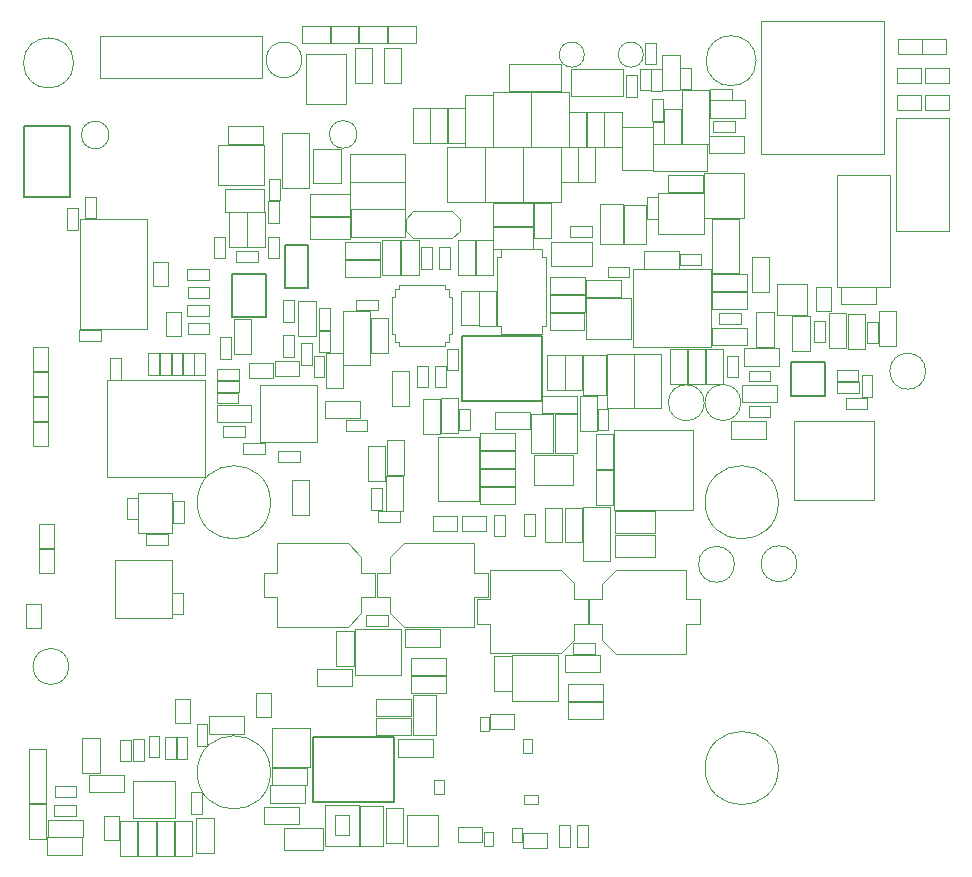
<source format=gbr>
%TF.GenerationSoftware,KiCad,Pcbnew,7.0.6-7.0.6~ubuntu22.04.1*%
%TF.CreationDate,2023-08-25T17:47:16-04:00*%
%TF.ProjectId,robot,726f626f-742e-46b6-9963-61645f706362,rev?*%
%TF.SameCoordinates,Original*%
%TF.FileFunction,Other,User*%
%FSLAX46Y46*%
G04 Gerber Fmt 4.6, Leading zero omitted, Abs format (unit mm)*
G04 Created by KiCad (PCBNEW 7.0.6-7.0.6~ubuntu22.04.1) date 2023-08-25 17:47:16*
%MOMM*%
%LPD*%
G01*
G04 APERTURE LIST*
%ADD10C,0.050000*%
%ADD11C,0.100000*%
%ADD12C,0.150000*%
%ADD13C,0.152400*%
G04 APERTURE END LIST*
D10*
%TO.C,J1*%
X133500000Y-100549999D02*
X123100000Y-100549999D01*
X123100000Y-100549999D02*
X123100000Y-89249999D01*
X123100000Y-89249999D02*
X133500000Y-89249999D01*
X133500000Y-89249999D02*
X133500000Y-100549999D01*
%TO.C,H2*%
X124600000Y-152500000D02*
G75*
G03*
X124600000Y-152500000I-3100000J0D01*
G01*
%TO.C,R85*%
X88478682Y-145586065D02*
X85518682Y-145586065D01*
X88478682Y-144126065D02*
X88478682Y-145586065D01*
X85518682Y-145586065D02*
X85518682Y-144126065D01*
X85518682Y-144126065D02*
X88478682Y-144126065D01*
%TO.C,C101*%
X92370000Y-150070000D02*
X95330000Y-150070000D01*
X92370000Y-151530000D02*
X92370000Y-150070000D01*
X95330000Y-150070000D02*
X95330000Y-151530000D01*
X95330000Y-151530000D02*
X92370000Y-151530000D01*
%TO.C,R9*%
X129570000Y-119830000D02*
X131430000Y-119830000D01*
X129570000Y-120770000D02*
X129570000Y-119830000D01*
X131430000Y-119830000D02*
X131430000Y-120770000D01*
X131430000Y-120770000D02*
X129570000Y-120770000D01*
%TO.C,U23*%
X99300000Y-149400000D02*
X99300000Y-148200000D01*
X100100000Y-149400000D02*
X99300000Y-149400000D01*
X99300000Y-148200000D02*
X100100000Y-148200000D01*
X100100000Y-148200000D02*
X100100000Y-149400000D01*
%TO.C,D3*%
X86693334Y-91100000D02*
X89043334Y-91100000D01*
X89043334Y-91100000D02*
X89043334Y-89700000D01*
X89043334Y-89700000D02*
X86693334Y-89700000D01*
X86693334Y-89700000D02*
X86693334Y-91100000D01*
%TO.C,TP3*%
X73515000Y-148716000D02*
X73515000Y-146684000D01*
X74785000Y-148716000D02*
X73515000Y-148716000D01*
X73515000Y-146684000D02*
X74785000Y-146684000D01*
X74785000Y-146684000D02*
X74785000Y-148716000D01*
%TO.C,TP9*%
X127765000Y-113816000D02*
X127765000Y-111784000D01*
X129035000Y-113816000D02*
X127765000Y-113816000D01*
X127765000Y-111784000D02*
X129035000Y-111784000D01*
X129035000Y-111784000D02*
X129035000Y-113816000D01*
%TO.C,TP16*%
X61515000Y-125216000D02*
X61515000Y-123184000D01*
X62785000Y-125216000D02*
X61515000Y-125216000D01*
X61515000Y-123184000D02*
X62785000Y-123184000D01*
X62785000Y-123184000D02*
X62785000Y-125216000D01*
%TO.C,R31*%
X87181130Y-143821529D02*
X87181130Y-140861529D01*
X88641130Y-143821529D02*
X87181130Y-143821529D01*
X87181130Y-140861529D02*
X88641130Y-140861529D01*
X88641130Y-140861529D02*
X88641130Y-143821529D01*
%TO.C,C78*%
X106499200Y-117532800D02*
X106499200Y-120492800D01*
X105039200Y-117532800D02*
X106499200Y-117532800D01*
X106499200Y-120492800D02*
X105039200Y-120492800D01*
X105039200Y-120492800D02*
X105039200Y-117532800D01*
%TO.C,C34*%
X106520000Y-133402869D02*
X106520000Y-130442869D01*
X107980000Y-133402869D02*
X106520000Y-133402869D01*
X106520000Y-130442869D02*
X107980000Y-130442869D01*
X107980000Y-130442869D02*
X107980000Y-133402869D01*
%TO.C,C10*%
X74183600Y-119179900D02*
X74183600Y-117359900D01*
X75103600Y-119179900D02*
X74183600Y-119179900D01*
X74183600Y-117359900D02*
X75103600Y-117359900D01*
X75103600Y-117359900D02*
X75103600Y-119179900D01*
%TO.C,U22*%
X100450000Y-157900000D02*
X100450000Y-159100000D01*
X99650000Y-157900000D02*
X100450000Y-157900000D01*
X100450000Y-159100000D02*
X99650000Y-159100000D01*
X99650000Y-159100000D02*
X99650000Y-157900000D01*
%TO.C,R79*%
X90880000Y-109380000D02*
X87920000Y-109380000D01*
X90880000Y-107920000D02*
X90880000Y-109380000D01*
X87920000Y-109380000D02*
X87920000Y-107920000D01*
X87920000Y-107920000D02*
X90880000Y-107920000D01*
%TO.C,U4*%
X108840000Y-107930200D02*
X105340000Y-107930200D01*
X105340000Y-107930200D02*
X105340000Y-109980200D01*
X105340000Y-109980200D02*
X108840000Y-109980200D01*
X108840000Y-109980200D02*
X108840000Y-107930200D01*
%TO.C,C61*%
X82319000Y-107516700D02*
X82319000Y-109336700D01*
X81399000Y-107516700D02*
X82319000Y-107516700D01*
X82319000Y-109336700D02*
X81399000Y-109336700D01*
X81399000Y-109336700D02*
X81399000Y-107516700D01*
%TO.C,U7*%
X84600000Y-96255000D02*
X84600000Y-92085000D01*
X88020000Y-96255000D02*
X84600000Y-96255000D01*
X84600000Y-92085000D02*
X88020000Y-92085000D01*
X88020000Y-92085000D02*
X88020000Y-96255000D01*
%TO.C,D4*%
X111400000Y-95600000D02*
X111400000Y-93300000D01*
X111400000Y-95600000D02*
X107000000Y-95600000D01*
X107000000Y-95600000D02*
X107000000Y-93300000D01*
X107000000Y-93300000D02*
X111400000Y-93300000D01*
%TO.C,U6*%
X103893892Y-126006831D02*
X107193892Y-126006831D01*
X103893892Y-128506831D02*
X103893892Y-126006831D01*
X107193892Y-126006831D02*
X107193892Y-128506831D01*
X107193892Y-128506831D02*
X103893892Y-128506831D01*
%TO.C,R62*%
X119006892Y-115228831D02*
X121966892Y-115228831D01*
X119006892Y-116688831D02*
X119006892Y-115228831D01*
X121966892Y-115228831D02*
X121966892Y-116688831D01*
X121966892Y-116688831D02*
X119006892Y-116688831D01*
%TO.C,C6*%
X71237200Y-119179900D02*
X71237200Y-117359900D01*
X72157200Y-119179900D02*
X71237200Y-119179900D01*
X71237200Y-117359900D02*
X72157200Y-117359900D01*
X72157200Y-117359900D02*
X72157200Y-119179900D01*
%TO.C,C35*%
X82268201Y-125683900D02*
X84088201Y-125683900D01*
X82268201Y-126603900D02*
X82268201Y-125683900D01*
X84088201Y-125683900D02*
X84088201Y-126603900D01*
X84088201Y-126603900D02*
X82268201Y-126603900D01*
%TO.C,C66*%
X86660000Y-115470000D02*
X86660000Y-117290000D01*
X85740000Y-115470000D02*
X86660000Y-115470000D01*
X86660000Y-117290000D02*
X85740000Y-117290000D01*
X85740000Y-117290000D02*
X85740000Y-115470000D01*
%TO.C,R30*%
X93456130Y-144711529D02*
X96416130Y-144711529D01*
X93456130Y-146171529D02*
X93456130Y-144711529D01*
X96416130Y-144711529D02*
X96416130Y-146171529D01*
X96416130Y-146171529D02*
X93456130Y-146171529D01*
%TO.C,R25*%
X89191400Y-122866800D02*
X86231400Y-122866800D01*
X89191400Y-121406800D02*
X89191400Y-122866800D01*
X86231400Y-122866800D02*
X86231400Y-121406800D01*
X86231400Y-121406800D02*
X89191400Y-121406800D01*
%TO.C,C56*%
X79930000Y-114520000D02*
X79930000Y-117480000D01*
X78470000Y-114520000D02*
X79930000Y-114520000D01*
X79930000Y-117480000D02*
X78470000Y-117480000D01*
X78470000Y-117480000D02*
X78470000Y-114520000D01*
%TO.C,R22*%
X77024400Y-121756300D02*
X79984400Y-121756300D01*
X77024400Y-123216300D02*
X77024400Y-121756300D01*
X79984400Y-121756300D02*
X79984400Y-123216300D01*
X79984400Y-123216300D02*
X77024400Y-123216300D01*
%TO.C,C32*%
X103051892Y-132832869D02*
X103051892Y-131012869D01*
X103971892Y-132832869D02*
X103051892Y-132832869D01*
X103051892Y-131012869D02*
X103971892Y-131012869D01*
X103971892Y-131012869D02*
X103971892Y-132832869D01*
%TO.C,C36*%
X77594400Y-123550300D02*
X79414400Y-123550300D01*
X77594400Y-124470300D02*
X77594400Y-123550300D01*
X79414400Y-123550300D02*
X79414400Y-124470300D01*
X79414400Y-124470300D02*
X77594400Y-124470300D01*
%TO.C,TP8*%
X136666000Y-96785000D02*
X134634000Y-96785000D01*
X136666000Y-95515000D02*
X136666000Y-96785000D01*
X134634000Y-96785000D02*
X134634000Y-95515000D01*
X134634000Y-95515000D02*
X136666000Y-95515000D01*
%TO.C,C130*%
X107630000Y-99945000D02*
X107630000Y-102905000D01*
X106170000Y-99945000D02*
X107630000Y-99945000D01*
X107630000Y-102905000D02*
X106170000Y-102905000D01*
X106170000Y-102905000D02*
X106170000Y-99945000D01*
%TO.C,R100*%
X113830000Y-95140000D02*
X113830000Y-93280000D01*
X114770000Y-95140000D02*
X113830000Y-95140000D01*
X113830000Y-93280000D02*
X114770000Y-93280000D01*
X114770000Y-93280000D02*
X114770000Y-95140000D01*
%TO.C,C50*%
X75340000Y-150610000D02*
X75340000Y-148790000D01*
X76260000Y-150610000D02*
X75340000Y-150610000D01*
X75340000Y-148790000D02*
X76260000Y-148790000D01*
X76260000Y-148790000D02*
X76260000Y-150610000D01*
%TO.C,U2*%
X65429193Y-115332431D02*
X71149193Y-115332431D01*
X71149193Y-115332431D02*
X71149193Y-106032431D01*
X65429193Y-106032431D02*
X65429193Y-115332431D01*
X71149193Y-106032431D02*
X65429193Y-106032431D01*
%TO.C,R84*%
X91470000Y-127680000D02*
X91470000Y-124720000D01*
X92930000Y-127680000D02*
X91470000Y-127680000D01*
X91470000Y-124720000D02*
X92930000Y-124720000D01*
X92930000Y-124720000D02*
X92930000Y-127680000D01*
%TO.C,C38*%
X85240000Y-119410000D02*
X85240000Y-117590000D01*
X86160000Y-119410000D02*
X85240000Y-119410000D01*
X85240000Y-117590000D02*
X86160000Y-117590000D01*
X86160000Y-117590000D02*
X86160000Y-119410000D01*
%TO.C,R38*%
X68870000Y-159930000D02*
X68870000Y-156970000D01*
X70330000Y-159930000D02*
X68870000Y-159930000D01*
X68870000Y-156970000D02*
X70330000Y-156970000D01*
X70330000Y-156970000D02*
X70330000Y-159930000D01*
%TO.C,R2*%
X65330000Y-105090000D02*
X65330000Y-106950000D01*
X64390000Y-105090000D02*
X65330000Y-105090000D01*
X65330000Y-106950000D02*
X64390000Y-106950000D01*
X64390000Y-106950000D02*
X64390000Y-105090000D01*
%TO.C,Q3*%
X121720000Y-102092500D02*
X118320000Y-102092500D01*
X118320000Y-102092500D02*
X118320000Y-105932500D01*
X121720000Y-105932500D02*
X121720000Y-102092500D01*
X118320000Y-105932500D02*
X121720000Y-105932500D01*
%TO.C,H5*%
X124600000Y-130000000D02*
G75*
G03*
X124600000Y-130000000I-3100000J0D01*
G01*
%TO.C,R33*%
X106970000Y-157320000D02*
X106970000Y-159180000D01*
X106030000Y-157320000D02*
X106970000Y-157320000D01*
X106970000Y-159180000D02*
X106030000Y-159180000D01*
X106030000Y-159180000D02*
X106030000Y-157320000D01*
%TO.C,C27*%
X107766892Y-123938831D02*
X107766892Y-120978831D01*
X109226892Y-123938831D02*
X107766892Y-123938831D01*
X107766892Y-120978831D02*
X109226892Y-120978831D01*
X109226892Y-120978831D02*
X109226892Y-123938831D01*
%TO.C,R11*%
X93675000Y-149680000D02*
X93675000Y-146320000D01*
X95575000Y-149680000D02*
X93675000Y-149680000D01*
X93675000Y-146320000D02*
X95575000Y-146320000D01*
X95575000Y-146320000D02*
X95575000Y-149680000D01*
%TO.C,C94*%
X129520000Y-118790000D02*
X131340000Y-118790000D01*
X129520000Y-119710000D02*
X129520000Y-118790000D01*
X131340000Y-118790000D02*
X131340000Y-119710000D01*
X131340000Y-119710000D02*
X129520000Y-119710000D01*
%TO.C,R71*%
X114110000Y-134650000D02*
X110750000Y-134650000D01*
X114110000Y-132750000D02*
X114110000Y-134650000D01*
X110750000Y-134650000D02*
X110750000Y-132750000D01*
X110750000Y-132750000D02*
X114110000Y-132750000D01*
%TO.C,C54*%
X65135400Y-154930400D02*
X63315400Y-154930400D01*
X65135400Y-154010400D02*
X65135400Y-154930400D01*
X63315400Y-154930400D02*
X63315400Y-154010400D01*
X63315400Y-154010400D02*
X65135400Y-154010400D01*
%TO.C,R105*%
X95080000Y-96595000D02*
X95080000Y-99555000D01*
X93620000Y-96595000D02*
X95080000Y-96595000D01*
X95080000Y-99555000D02*
X93620000Y-99555000D01*
X93620000Y-99555000D02*
X93620000Y-96595000D01*
D11*
%TO.C,IC1*%
X85187000Y-100125000D02*
X87587000Y-100125000D01*
X85187000Y-102925000D02*
X85187000Y-100125000D01*
X87587000Y-100125000D02*
X87587000Y-102925000D01*
X87587000Y-102925000D02*
X85187000Y-102925000D01*
D10*
%TO.C,C8*%
X73218400Y-119179900D02*
X73218400Y-117359900D01*
X74138400Y-119179900D02*
X73218400Y-119179900D01*
X73218400Y-117359900D02*
X74138400Y-117359900D01*
X74138400Y-117359900D02*
X74138400Y-119179900D01*
%TO.C,TP7*%
X60865000Y-140616000D02*
X60865000Y-138584000D01*
X62135000Y-140616000D02*
X60865000Y-140616000D01*
X60865000Y-138584000D02*
X62135000Y-138584000D01*
X62135000Y-138584000D02*
X62135000Y-140616000D01*
%TO.C,C62*%
X81420400Y-106310300D02*
X81420400Y-104490300D01*
X82340400Y-106310300D02*
X81420400Y-106310300D01*
X81420400Y-104490300D02*
X82340400Y-104490300D01*
X82340400Y-104490300D02*
X82340400Y-106310300D01*
%TO.C,C60*%
X78688400Y-108728700D02*
X80508400Y-108728700D01*
X78688400Y-109648700D02*
X78688400Y-108728700D01*
X80508400Y-108728700D02*
X80508400Y-109648700D01*
X80508400Y-109648700D02*
X78688400Y-109648700D01*
%TO.C,Q5*%
X85575342Y-124900042D02*
X80679460Y-124900042D01*
X85575342Y-120080158D02*
X85575342Y-124900042D01*
X80679460Y-124900042D02*
X80679460Y-120080158D01*
X80679460Y-120080158D02*
X85575342Y-120080158D01*
%TO.C,R5*%
X74260000Y-129930000D02*
X74260000Y-131790000D01*
X73320000Y-129930000D02*
X74260000Y-129930000D01*
X74260000Y-131790000D02*
X73320000Y-131790000D01*
X73320000Y-131790000D02*
X73320000Y-129930000D01*
%TO.C,C95*%
X130290000Y-121140000D02*
X132110000Y-121140000D01*
X130290000Y-122060000D02*
X130290000Y-121140000D01*
X132110000Y-121140000D02*
X132110000Y-122060000D01*
X132110000Y-122060000D02*
X130290000Y-122060000D01*
%TO.C,D2*%
X84276668Y-91100000D02*
X86626668Y-91100000D01*
X86626668Y-91100000D02*
X86626668Y-89700000D01*
X86626668Y-89700000D02*
X84276668Y-89700000D01*
X84276668Y-89700000D02*
X84276668Y-91100000D01*
%TO.C,Q7*%
X77167500Y-99750000D02*
X77167500Y-103150000D01*
X77167500Y-103150000D02*
X81007500Y-103150000D01*
X81007500Y-99750000D02*
X77167500Y-99750000D01*
X81007500Y-103150000D02*
X81007500Y-99750000D01*
%TO.C,C107*%
X88350000Y-102850000D02*
X92950000Y-102850000D01*
X88350000Y-105150000D02*
X88350000Y-102850000D01*
X92950000Y-102850000D02*
X92950000Y-105150000D01*
X92950000Y-105150000D02*
X88350000Y-105150000D01*
%TO.C,TP39*%
X84260000Y-92540000D02*
G75*
G03*
X84260000Y-92540000I-1520000J0D01*
G01*
%TO.C,R45*%
X79629000Y-108395900D02*
X79629000Y-105435900D01*
X81089000Y-108395900D02*
X79629000Y-108395900D01*
X79629000Y-105435900D02*
X81089000Y-105435900D01*
X81089000Y-105435900D02*
X81089000Y-108395900D01*
%TO.C,R10*%
X83415207Y-131077869D02*
X83415207Y-128117869D01*
X84875207Y-131077869D02*
X83415207Y-131077869D01*
X83415207Y-128117869D02*
X84875207Y-128117869D01*
X84875207Y-128117869D02*
X84875207Y-131077869D01*
%TO.C,R77*%
X88330000Y-105800000D02*
X84970000Y-105800000D01*
X88330000Y-103900000D02*
X88330000Y-105800000D01*
X84970000Y-105800000D02*
X84970000Y-103900000D01*
X84970000Y-103900000D02*
X88330000Y-103900000D01*
%TO.C,R24*%
X87730000Y-117395000D02*
X87730000Y-120355000D01*
X86270000Y-117395000D02*
X87730000Y-117395000D01*
X87730000Y-120355000D02*
X86270000Y-120355000D01*
X86270000Y-120355000D02*
X86270000Y-117395000D01*
%TO.C,R64*%
X119006892Y-112178831D02*
X121966892Y-112178831D01*
X119006892Y-113638831D02*
X119006892Y-112178831D01*
X121966892Y-112178831D02*
X121966892Y-113638831D01*
X121966892Y-113638831D02*
X119006892Y-113638831D01*
%TO.C,U16*%
X89130000Y-159080000D02*
X86170000Y-159080000D01*
X89130000Y-155620000D02*
X89130000Y-159080000D01*
X89130000Y-155620000D02*
X86170000Y-155620000D01*
X86170000Y-155620000D02*
X86170000Y-159080000D01*
X88250000Y-158200000D02*
X87050000Y-158200000D01*
X87050000Y-158200000D02*
X87050000Y-156500000D01*
X87050000Y-156500000D02*
X88250000Y-156500000D01*
X88250000Y-156500000D02*
X88250000Y-158200000D01*
%TO.C,H6*%
X81600000Y-130000000D02*
G75*
G03*
X81600000Y-130000000I-3100000J0D01*
G01*
%TO.C,C47*%
X71274400Y-151567600D02*
X71274400Y-149747600D01*
X72194400Y-151567600D02*
X71274400Y-151567600D01*
X71274400Y-149747600D02*
X72194400Y-149747600D01*
X72194400Y-149747600D02*
X72194400Y-151567600D01*
%TO.C,TP11*%
X63285000Y-133984000D02*
X63285000Y-136016000D01*
X62015000Y-133984000D02*
X63285000Y-133984000D01*
X63285000Y-136016000D02*
X62015000Y-136016000D01*
X62015000Y-136016000D02*
X62015000Y-133984000D01*
%TO.C,C109*%
X116400000Y-99650000D02*
X116400000Y-95050000D01*
X118700000Y-99650000D02*
X116400000Y-99650000D01*
X116400000Y-95050000D02*
X118700000Y-95050000D01*
X118700000Y-95050000D02*
X118700000Y-99650000D01*
%TO.C,TP2*%
X61515000Y-118916000D02*
X61515000Y-116884000D01*
X62785000Y-118916000D02*
X61515000Y-118916000D01*
X61515000Y-116884000D02*
X62785000Y-116884000D01*
X62785000Y-116884000D02*
X62785000Y-118916000D01*
%TO.C,R46*%
X83624400Y-112856100D02*
X83624400Y-114716100D01*
X82684400Y-112856100D02*
X83624400Y-112856100D01*
X83624400Y-114716100D02*
X82684400Y-114716100D01*
X82684400Y-114716100D02*
X82684400Y-112856100D01*
%TO.C,C111*%
X120910000Y-98660000D02*
X119090000Y-98660000D01*
X120910000Y-97740000D02*
X120910000Y-98660000D01*
X119090000Y-98660000D02*
X119090000Y-97740000D01*
X119090000Y-97740000D02*
X120910000Y-97740000D01*
%TO.C,C2*%
X70340000Y-129600000D02*
X70340000Y-131420000D01*
X69420000Y-129600000D02*
X70340000Y-129600000D01*
X70340000Y-131420000D02*
X69420000Y-131420000D01*
X69420000Y-131420000D02*
X69420000Y-129600000D01*
%TO.C,TP6*%
X67465000Y-158566000D02*
X67465000Y-156534000D01*
X68735000Y-158566000D02*
X67465000Y-158566000D01*
X67465000Y-156534000D02*
X68735000Y-156534000D01*
X68735000Y-156534000D02*
X68735000Y-158566000D01*
%TO.C,S3*%
X129550000Y-111750000D02*
X129550000Y-102250000D01*
X134050000Y-111750000D02*
X129550000Y-111750000D01*
X129550000Y-102250000D02*
X134050000Y-102250000D01*
X134050000Y-102250000D02*
X134050000Y-111750000D01*
%TO.C,C53*%
X65110000Y-156530600D02*
X63290000Y-156530600D01*
X65110000Y-155610600D02*
X65110000Y-156530600D01*
X63290000Y-156530600D02*
X63290000Y-155610600D01*
X63290000Y-155610600D02*
X65110000Y-155610600D01*
%TO.C,TP22*%
X136784000Y-90765000D02*
X138816000Y-90765000D01*
X136784000Y-92035000D02*
X136784000Y-90765000D01*
X138816000Y-90765000D02*
X138816000Y-92035000D01*
X138816000Y-92035000D02*
X136784000Y-92035000D01*
%TO.C,R92*%
X124680000Y-118430000D02*
X121720000Y-118430000D01*
X124680000Y-116970000D02*
X124680000Y-118430000D01*
X121720000Y-118430000D02*
X121720000Y-116970000D01*
X121720000Y-116970000D02*
X124680000Y-116970000D01*
%TO.C,R70*%
X105546892Y-122498831D02*
X105546892Y-125858831D01*
X103646892Y-122498831D02*
X105546892Y-122498831D01*
X105546892Y-125858831D02*
X103646892Y-125858831D01*
X103646892Y-125858831D02*
X103646892Y-122498831D01*
%TO.C,TP5*%
X80365000Y-148166000D02*
X80365000Y-146134000D01*
X81635000Y-148166000D02*
X80365000Y-148166000D01*
X80365000Y-146134000D02*
X81635000Y-146134000D01*
X81635000Y-146134000D02*
X81635000Y-148166000D01*
%TO.C,C43*%
X93018682Y-140761529D02*
X95978682Y-140761529D01*
X93018682Y-142221529D02*
X93018682Y-140761529D01*
X95978682Y-140761529D02*
X95978682Y-142221529D01*
X95978682Y-142221529D02*
X93018682Y-142221529D01*
%TO.C,C89*%
X108525000Y-138225000D02*
X108525000Y-140325000D01*
X108525000Y-140325000D02*
X109675000Y-140325000D01*
X109675000Y-136875000D02*
X109675000Y-138225000D01*
X109675000Y-136875000D02*
X110825000Y-135725000D01*
X109675000Y-138225000D02*
X108525000Y-138225000D01*
X109675000Y-140325000D02*
X109675000Y-141675000D01*
X109675000Y-141675000D02*
X110825000Y-142825000D01*
X110825000Y-135725000D02*
X116775000Y-135725000D01*
X110825000Y-142825000D02*
X116775000Y-142825000D01*
X116775000Y-135725000D02*
X116775000Y-138225000D01*
X116775000Y-138225000D02*
X117925000Y-138225000D01*
X116775000Y-140325000D02*
X116775000Y-142825000D01*
X117925000Y-138225000D02*
X117925000Y-140325000D01*
X117925000Y-140325000D02*
X116775000Y-140325000D01*
%TO.C,R81*%
X92670000Y-110780000D02*
X92670000Y-107820000D01*
X94130000Y-110780000D02*
X92670000Y-110780000D01*
X92670000Y-107820000D02*
X94130000Y-107820000D01*
X94130000Y-107820000D02*
X94130000Y-110780000D01*
%TO.C,C41*%
X91510000Y-140460000D02*
X89690000Y-140460000D01*
X91510000Y-139540000D02*
X91510000Y-140460000D01*
X89690000Y-140460000D02*
X89690000Y-139540000D01*
X89690000Y-139540000D02*
X91510000Y-139540000D01*
%TO.C,R65*%
X79330000Y-149580000D02*
X76370000Y-149580000D01*
X79330000Y-148120000D02*
X79330000Y-149580000D01*
X76370000Y-149580000D02*
X76370000Y-148120000D01*
X76370000Y-148120000D02*
X79330000Y-148120000D01*
%TO.C,R68*%
X103830000Y-106600000D02*
X100470000Y-106600000D01*
X103830000Y-104700000D02*
X103830000Y-106600000D01*
X100470000Y-106600000D02*
X100470000Y-104700000D01*
X100470000Y-104700000D02*
X103830000Y-104700000D01*
%TO.C,TP19*%
X99816000Y-132435000D02*
X97784000Y-132435000D01*
X99816000Y-131165000D02*
X99816000Y-132435000D01*
X97784000Y-132435000D02*
X97784000Y-131165000D01*
X97784000Y-131165000D02*
X99816000Y-131165000D01*
%TO.C,R76*%
X108180000Y-115430000D02*
X105220000Y-115430000D01*
X108180000Y-113970000D02*
X108180000Y-115430000D01*
X105220000Y-115430000D02*
X105220000Y-113970000D01*
X105220000Y-113970000D02*
X108180000Y-113970000D01*
%TO.C,R37*%
X71880000Y-156970000D02*
X71880000Y-159930000D01*
X70420000Y-156970000D02*
X71880000Y-156970000D01*
X71880000Y-159930000D02*
X70420000Y-159930000D01*
X70420000Y-159930000D02*
X70420000Y-156970000D01*
%TO.C,C69*%
X96414199Y-118455200D02*
X96414199Y-120275200D01*
X95494199Y-118455200D02*
X96414199Y-118455200D01*
X96414199Y-120275200D02*
X95494199Y-120275200D01*
X95494199Y-120275200D02*
X95494199Y-118455200D01*
%TO.C,R18*%
X111239300Y-112652000D02*
X108279300Y-112652000D01*
X111239300Y-111192000D02*
X111239300Y-112652000D01*
X108279300Y-112652000D02*
X108279300Y-111192000D01*
X108279300Y-111192000D02*
X111239300Y-111192000D01*
%TO.C,R44*%
X81078400Y-105392100D02*
X77718400Y-105392100D01*
X81078400Y-103492100D02*
X81078400Y-105392100D01*
X77718400Y-105392100D02*
X77718400Y-103492100D01*
X77718400Y-103492100D02*
X81078400Y-103492100D01*
%TO.C,Q1*%
X112111100Y-116136600D02*
X112111100Y-112736600D01*
X112111100Y-112736600D02*
X108271100Y-112736600D01*
X108271100Y-116136600D02*
X112111100Y-116136600D01*
X108271100Y-112736600D02*
X108271100Y-116136600D01*
%TO.C,C44*%
X74177500Y-137670000D02*
X74177500Y-139490000D01*
X73257500Y-137670000D02*
X74177500Y-137670000D01*
X74177500Y-139490000D02*
X73257500Y-139490000D01*
X73257500Y-139490000D02*
X73257500Y-137670000D01*
%TO.C,U9*%
X92661130Y-144641529D02*
X92661130Y-140741529D01*
X92661130Y-140741529D02*
X88761130Y-140741529D01*
X88761130Y-144641529D02*
X92661130Y-144641529D01*
X88761130Y-140741529D02*
X88761130Y-144641529D01*
%TO.C,TP23*%
X134684000Y-90765000D02*
X136716000Y-90765000D01*
X134684000Y-92035000D02*
X134684000Y-90765000D01*
X136716000Y-90765000D02*
X136716000Y-92035000D01*
X136716000Y-92035000D02*
X134684000Y-92035000D01*
%TO.C,R57*%
X90570000Y-148220000D02*
X93530000Y-148220000D01*
X90570000Y-149680000D02*
X90570000Y-148220000D01*
X93530000Y-148220000D02*
X93530000Y-149680000D01*
X93530000Y-149680000D02*
X90570000Y-149680000D01*
%TO.C,C12*%
X77058400Y-120705500D02*
X78878400Y-120705500D01*
X77058400Y-121625500D02*
X77058400Y-120705500D01*
X78878400Y-120705500D02*
X78878400Y-121625500D01*
X78878400Y-121625500D02*
X77058400Y-121625500D01*
%TO.C,R103*%
X98080000Y-96595000D02*
X98080000Y-99555000D01*
X96620000Y-96595000D02*
X98080000Y-96595000D01*
X98080000Y-99555000D02*
X96620000Y-99555000D01*
X96620000Y-99555000D02*
X96620000Y-96595000D01*
%TO.C,C25*%
X103530000Y-123830000D02*
X100570000Y-123830000D01*
X103530000Y-122370000D02*
X103530000Y-123830000D01*
X100570000Y-123830000D02*
X100570000Y-122370000D01*
X100570000Y-122370000D02*
X103530000Y-122370000D01*
%TO.C,TP20*%
X139016000Y-94535000D02*
X136984000Y-94535000D01*
X139016000Y-93265000D02*
X139016000Y-94535000D01*
X136984000Y-94535000D02*
X136984000Y-93265000D01*
X136984000Y-93265000D02*
X139016000Y-93265000D01*
%TO.C,U25*%
X124450000Y-114150000D02*
X127050000Y-114150000D01*
X127050000Y-114150000D02*
X127050000Y-111550000D01*
X127050000Y-111550000D02*
X124450000Y-111550000D01*
X124450000Y-111550000D02*
X124450000Y-114150000D01*
%TO.C,R78*%
X88317500Y-107725000D02*
X84957500Y-107725000D01*
X88317500Y-105825000D02*
X88317500Y-107725000D01*
X84957500Y-107725000D02*
X84957500Y-105825000D01*
X84957500Y-105825000D02*
X88317500Y-105825000D01*
%TO.C,TP30*%
X118320000Y-121570495D02*
G75*
G03*
X118320000Y-121570495I-1520000J0D01*
G01*
%TO.C,R101*%
X112620000Y-93820000D02*
X112620000Y-95680000D01*
X111680000Y-93820000D02*
X112620000Y-93820000D01*
X112620000Y-95680000D02*
X111680000Y-95680000D01*
X111680000Y-95680000D02*
X111680000Y-93820000D01*
%TO.C,C103*%
X116231892Y-108978831D02*
X118051892Y-108978831D01*
X116231892Y-109898831D02*
X116231892Y-108978831D01*
X118051892Y-108978831D02*
X118051892Y-109898831D01*
X118051892Y-109898831D02*
X116231892Y-109898831D01*
%TO.C,C108*%
X88350000Y-100550000D02*
X92950000Y-100550000D01*
X88350000Y-102850000D02*
X88350000Y-100550000D01*
X92950000Y-100550000D02*
X92950000Y-102850000D01*
X92950000Y-102850000D02*
X88350000Y-102850000D01*
%TO.C,R69*%
X107546892Y-122493831D02*
X107546892Y-125853831D01*
X105646892Y-122493831D02*
X107546892Y-122493831D01*
X107546892Y-125853831D02*
X105646892Y-125853831D01*
X105646892Y-125853831D02*
X105646892Y-122493831D01*
%TO.C,R16*%
X108189000Y-112387800D02*
X105229000Y-112387800D01*
X108189000Y-110927800D02*
X108189000Y-112387800D01*
X105229000Y-112387800D02*
X105229000Y-110927800D01*
X105229000Y-110927800D02*
X108189000Y-110927800D01*
%TO.C,H1*%
X81600000Y-152865000D02*
G75*
G03*
X81600000Y-152865000I-3100000J0D01*
G01*
%TO.C,R74*%
X86080000Y-159450000D02*
X82720000Y-159450000D01*
X86080000Y-157550000D02*
X86080000Y-159450000D01*
X82720000Y-159450000D02*
X82720000Y-157550000D01*
X82720000Y-157550000D02*
X86080000Y-157550000D01*
%TO.C,Q4*%
X118262500Y-107250000D02*
X118262500Y-103850000D01*
X118262500Y-103850000D02*
X114422500Y-103850000D01*
X114422500Y-107250000D02*
X118262500Y-107250000D01*
X114422500Y-103850000D02*
X114422500Y-107250000D01*
%TO.C,R34*%
X62690600Y-158370000D02*
X65650600Y-158370000D01*
X62690600Y-159830000D02*
X62690600Y-158370000D01*
X65650600Y-158370000D02*
X65650600Y-159830000D01*
X65650600Y-159830000D02*
X62690600Y-159830000D01*
%TO.C,R13*%
X84680000Y-153930000D02*
X81720000Y-153930000D01*
X84680000Y-152470000D02*
X84680000Y-153930000D01*
X81720000Y-153930000D02*
X81720000Y-152470000D01*
X81720000Y-152470000D02*
X84680000Y-152470000D01*
%TO.C,R43*%
X78106400Y-108395900D02*
X78106400Y-105435900D01*
X79566400Y-108395900D02*
X78106400Y-108395900D01*
X78106400Y-105435900D02*
X79566400Y-105435900D01*
X79566400Y-105435900D02*
X79566400Y-108395900D01*
%TO.C,C72*%
X90660000Y-113760000D02*
X88840000Y-113760000D01*
X90660000Y-112840000D02*
X90660000Y-113760000D01*
X88840000Y-113760000D02*
X88840000Y-112840000D01*
X88840000Y-112840000D02*
X90660000Y-112840000D01*
%TO.C,C63*%
X81440000Y-104430000D02*
X81440000Y-102610000D01*
X82360000Y-104430000D02*
X81440000Y-104430000D01*
X81440000Y-102610000D02*
X82360000Y-102610000D01*
X82360000Y-102610000D02*
X82360000Y-104430000D01*
%TO.C,C57*%
X76404800Y-115735600D02*
X74584800Y-115735600D01*
X76404800Y-114815600D02*
X76404800Y-115735600D01*
X74584800Y-115735600D02*
X74584800Y-114815600D01*
X74584800Y-114815600D02*
X76404800Y-114815600D01*
%TO.C,C91*%
X110350000Y-130400000D02*
X110350000Y-135000000D01*
X108050000Y-130400000D02*
X110350000Y-130400000D01*
X110350000Y-135000000D02*
X108050000Y-135000000D01*
X108050000Y-135000000D02*
X108050000Y-130400000D01*
%TO.C,C28*%
X102324892Y-130145831D02*
X99364892Y-130145831D01*
X102324892Y-128685831D02*
X102324892Y-130145831D01*
X99364892Y-130145831D02*
X99364892Y-128685831D01*
X99364892Y-128685831D02*
X102324892Y-128685831D01*
%TO.C,C83*%
X114650000Y-117450000D02*
X114650000Y-122050000D01*
X112350000Y-117450000D02*
X114650000Y-117450000D01*
X114650000Y-122050000D02*
X112350000Y-122050000D01*
X112350000Y-122050000D02*
X112350000Y-117450000D01*
%TO.C,R7*%
X90670000Y-130730000D02*
X92530000Y-130730000D01*
X90670000Y-131670000D02*
X90670000Y-130730000D01*
X92530000Y-130730000D02*
X92530000Y-131670000D01*
X92530000Y-131670000D02*
X90670000Y-131670000D01*
%TO.C,U21*%
X102950000Y-151250000D02*
X102950000Y-150050000D01*
X103750000Y-151250000D02*
X102950000Y-151250000D01*
X102950000Y-150050000D02*
X103750000Y-150050000D01*
X103750000Y-150050000D02*
X103750000Y-151250000D01*
%TO.C,C79*%
X90050000Y-113800000D02*
X90050000Y-118400000D01*
X87750000Y-113800000D02*
X90050000Y-113800000D01*
X90050000Y-118400000D02*
X87750000Y-118400000D01*
X87750000Y-118400000D02*
X87750000Y-113800000D01*
%TO.C,C131*%
X106150000Y-99950000D02*
X106150000Y-104550000D01*
X102950000Y-99950000D02*
X106150000Y-99950000D01*
X106150000Y-104550000D02*
X102950000Y-104550000D01*
X102950000Y-104550000D02*
X102950000Y-99950000D01*
%TO.C,C26*%
X102324892Y-125573831D02*
X99364892Y-125573831D01*
X102324892Y-124113831D02*
X102324892Y-125573831D01*
X99364892Y-125573831D02*
X99364892Y-124113831D01*
X99364892Y-124113831D02*
X102324892Y-124113831D01*
%TO.C,R42*%
X74564800Y-113281600D02*
X76424800Y-113281600D01*
X74564800Y-114221600D02*
X74564800Y-113281600D01*
X76424800Y-113281600D02*
X76424800Y-114221600D01*
X76424800Y-114221600D02*
X74564800Y-114221600D01*
%TO.C,C22*%
X106990000Y-106640000D02*
X108810000Y-106640000D01*
X106990000Y-107560000D02*
X106990000Y-106640000D01*
X108810000Y-106640000D02*
X108810000Y-107560000D01*
X108810000Y-107560000D02*
X106990000Y-107560000D01*
%TO.C,C9*%
X72253200Y-119179900D02*
X72253200Y-117359900D01*
X73173200Y-119179900D02*
X72253200Y-119179900D01*
X72253200Y-117359900D02*
X73173200Y-117359900D01*
X73173200Y-117359900D02*
X73173200Y-119179900D01*
%TO.C,R4*%
X78926400Y-120642869D02*
X77066400Y-120642869D01*
X78926400Y-119702869D02*
X78926400Y-120642869D01*
X77066400Y-120642869D02*
X77066400Y-119702869D01*
X77066400Y-119702869D02*
X78926400Y-119702869D01*
%TO.C,C90*%
X90600000Y-135950000D02*
X90600000Y-138050000D01*
X90600000Y-138050000D02*
X91750000Y-138050000D01*
X91750000Y-134600000D02*
X91750000Y-135950000D01*
X91750000Y-134600000D02*
X92900000Y-133450000D01*
X91750000Y-135950000D02*
X90600000Y-135950000D01*
X91750000Y-138050000D02*
X91750000Y-139400000D01*
X91750000Y-139400000D02*
X92900000Y-140550000D01*
X92900000Y-133450000D02*
X98850000Y-133450000D01*
X92900000Y-140550000D02*
X98850000Y-140550000D01*
X98850000Y-133450000D02*
X98850000Y-135950000D01*
X98850000Y-135950000D02*
X100000000Y-135950000D01*
X98850000Y-138050000D02*
X98850000Y-140550000D01*
X100000000Y-135950000D02*
X100000000Y-138050000D01*
X100000000Y-138050000D02*
X98850000Y-138050000D01*
%TO.C,C15*%
X68010000Y-119610000D02*
X68010000Y-117790000D01*
X68930000Y-119610000D02*
X68010000Y-119610000D01*
X68010000Y-117790000D02*
X68930000Y-117790000D01*
X68930000Y-117790000D02*
X68930000Y-119610000D01*
%TO.C,C106*%
X88375000Y-105200000D02*
X92975000Y-105200000D01*
X88375000Y-107500000D02*
X88375000Y-105200000D01*
X92975000Y-105200000D02*
X92975000Y-107500000D01*
X92975000Y-107500000D02*
X88375000Y-107500000D01*
%TO.C,TP29*%
X88916190Y-98850000D02*
G75*
G03*
X88916190Y-98850000I-1166190J0D01*
G01*
%TO.C,C58*%
X76404800Y-112687600D02*
X74584800Y-112687600D01*
X76404800Y-111767600D02*
X76404800Y-112687600D01*
X74584800Y-112687600D02*
X74584800Y-111767600D01*
X74584800Y-111767600D02*
X76404800Y-111767600D01*
%TO.C,R60*%
X116931892Y-119988831D02*
X116931892Y-117028831D01*
X118391892Y-119988831D02*
X116931892Y-119988831D01*
X116931892Y-117028831D02*
X118391892Y-117028831D01*
X118391892Y-117028831D02*
X118391892Y-119988831D01*
%TO.C,R32*%
X108495000Y-157320000D02*
X108495000Y-159180000D01*
X107555000Y-157320000D02*
X108495000Y-157320000D01*
X108495000Y-159180000D02*
X107555000Y-159180000D01*
X107555000Y-159180000D02*
X107555000Y-157320000D01*
%TO.C,TP27*%
X81816000Y-119435000D02*
X79784000Y-119435000D01*
X81816000Y-118165000D02*
X81816000Y-119435000D01*
X79784000Y-119435000D02*
X79784000Y-118165000D01*
X79784000Y-118165000D02*
X81816000Y-118165000D01*
%TO.C,Y1*%
X73220000Y-129180000D02*
X70420000Y-129180000D01*
X70420000Y-129180000D02*
X70420000Y-132580000D01*
X73220000Y-132580000D02*
X73220000Y-129180000D01*
X70420000Y-132580000D02*
X73220000Y-132580000D01*
%TO.C,TP15*%
X139016000Y-96785000D02*
X136984000Y-96785000D01*
X139016000Y-95515000D02*
X139016000Y-96785000D01*
X136984000Y-96785000D02*
X136984000Y-95515000D01*
X136984000Y-95515000D02*
X139016000Y-95515000D01*
%TO.C,C97*%
X92853993Y-155909931D02*
X92853993Y-158869931D01*
X91393993Y-155909931D02*
X92853993Y-155909931D01*
X92853993Y-158869931D02*
X91393993Y-158869931D01*
X91393993Y-158869931D02*
X91393993Y-155909931D01*
%TO.C,C136*%
X108330000Y-96940000D02*
X108330000Y-99900000D01*
X106870000Y-96940000D02*
X108330000Y-96940000D01*
X108330000Y-99900000D02*
X106870000Y-99900000D01*
X106870000Y-99900000D02*
X106870000Y-96940000D01*
%TO.C,TP40*%
X137070000Y-118900000D02*
G75*
G03*
X137070000Y-118900000I-1520000J0D01*
G01*
%TO.C,R19*%
X96050892Y-124151831D02*
X96050892Y-121191831D01*
X97510892Y-124151831D02*
X96050892Y-124151831D01*
X96050892Y-121191831D02*
X97510892Y-121191831D01*
X97510892Y-121191831D02*
X97510892Y-124151831D01*
%TO.C,C74*%
X108450000Y-140300000D02*
X108450000Y-138200000D01*
X108450000Y-138200000D02*
X107300000Y-138200000D01*
X107300000Y-141650000D02*
X107300000Y-140300000D01*
X107300000Y-141650000D02*
X106150000Y-142800000D01*
X107300000Y-140300000D02*
X108450000Y-140300000D01*
X107300000Y-138200000D02*
X107300000Y-136850000D01*
X107300000Y-136850000D02*
X106150000Y-135700000D01*
X106150000Y-142800000D02*
X100200000Y-142800000D01*
X106150000Y-135700000D02*
X100200000Y-135700000D01*
X100200000Y-142800000D02*
X100200000Y-140300000D01*
X100200000Y-140300000D02*
X99050000Y-140300000D01*
X100200000Y-138200000D02*
X100200000Y-135700000D01*
X99050000Y-140300000D02*
X99050000Y-138200000D01*
X99050000Y-138200000D02*
X100200000Y-138200000D01*
%TO.C,C84*%
X132560000Y-119240000D02*
X132560000Y-121060000D01*
X131640000Y-119240000D02*
X132560000Y-119240000D01*
X132560000Y-121060000D02*
X131640000Y-121060000D01*
X131640000Y-121060000D02*
X131640000Y-119240000D01*
%TO.C,R3*%
X78925207Y-119642869D02*
X77065207Y-119642869D01*
X78925207Y-118702869D02*
X78925207Y-119642869D01*
X77065207Y-119642869D02*
X77065207Y-118702869D01*
X77065207Y-118702869D02*
X78925207Y-118702869D01*
%TO.C,D1*%
X91526668Y-91100000D02*
X93876668Y-91100000D01*
X93876668Y-91100000D02*
X93876668Y-89700000D01*
X93876668Y-89700000D02*
X91526668Y-89700000D01*
X91526668Y-89700000D02*
X91526668Y-91100000D01*
D11*
%TO.C,U18*%
X112311892Y-110258831D02*
X118911892Y-110258831D01*
X112311892Y-116858831D02*
X112311892Y-110258831D01*
X118911892Y-110258831D02*
X118911892Y-116858831D01*
X118911892Y-116858831D02*
X112311892Y-116858831D01*
D10*
%TO.C,U11*%
X69935400Y-153554600D02*
X73542200Y-153554600D01*
X69935400Y-156704200D02*
X69935400Y-153554600D01*
X73542200Y-153554600D02*
X73542200Y-156704200D01*
X73542200Y-156704200D02*
X69935400Y-156704200D01*
%TO.C,TP14*%
X105016000Y-159235000D02*
X102984000Y-159235000D01*
X105016000Y-157965000D02*
X105016000Y-159235000D01*
X102984000Y-159235000D02*
X102984000Y-157965000D01*
X102984000Y-157965000D02*
X105016000Y-157965000D01*
%TO.C,D11*%
X118770000Y-95030000D02*
X120630000Y-95030000D01*
X118770000Y-95970000D02*
X118770000Y-95030000D01*
X120630000Y-95030000D02*
X120630000Y-95970000D01*
X120630000Y-95970000D02*
X118770000Y-95970000D01*
%TO.C,C21*%
X110160000Y-110040000D02*
X111980000Y-110040000D01*
X110160000Y-110960000D02*
X110160000Y-110040000D01*
X111980000Y-110040000D02*
X111980000Y-110960000D01*
X111980000Y-110960000D02*
X110160000Y-110960000D01*
D12*
%TO.C,Q2*%
X84730207Y-108252869D02*
X82860207Y-108252869D01*
X82860207Y-108252869D02*
X82860207Y-111892869D01*
X84730207Y-111892869D02*
X84730207Y-108252869D01*
X84730207Y-111892869D02*
X84730207Y-111892869D01*
X82860207Y-111892869D02*
X84730207Y-111892869D01*
D10*
%TO.C,R49*%
X92518599Y-107826800D02*
X92518599Y-110786800D01*
X91058599Y-107826800D02*
X92518599Y-107826800D01*
X92518599Y-110786800D02*
X91058599Y-110786800D01*
X91058599Y-110786800D02*
X91058599Y-107826800D01*
%TO.C,TP4*%
X97434000Y-157515000D02*
X99466000Y-157515000D01*
X97434000Y-158785000D02*
X97434000Y-157515000D01*
X99466000Y-157515000D02*
X99466000Y-158785000D01*
X99466000Y-158785000D02*
X97434000Y-158785000D01*
%TO.C,D9*%
X113280000Y-92930000D02*
X113280000Y-91070000D01*
X114220000Y-92930000D02*
X113280000Y-92930000D01*
X113280000Y-91070000D02*
X114220000Y-91070000D01*
X114220000Y-91070000D02*
X114220000Y-92930000D01*
D12*
%TO.C,L2*%
X97792207Y-115930869D02*
X97792207Y-121414869D01*
X97792207Y-121414869D02*
X104598207Y-121414869D01*
X104598207Y-115930869D02*
X97792207Y-115930869D01*
X104598207Y-115930869D02*
X104598207Y-115930869D01*
X104598207Y-121414869D02*
X104598207Y-115930869D01*
D10*
%TO.C,R36*%
X66195000Y-153070000D02*
X69155000Y-153070000D01*
X66195000Y-154530000D02*
X66195000Y-153070000D01*
X69155000Y-153070000D02*
X69155000Y-154530000D01*
X69155000Y-154530000D02*
X66195000Y-154530000D01*
%TO.C,R41*%
X74564800Y-110233600D02*
X76424800Y-110233600D01*
X74564800Y-111173600D02*
X74564800Y-110233600D01*
X76424800Y-110233600D02*
X76424800Y-111173600D01*
X76424800Y-111173600D02*
X74564800Y-111173600D01*
%TO.C,TP26*%
X84046000Y-119275000D02*
X82014000Y-119275000D01*
X84046000Y-118005000D02*
X84046000Y-119275000D01*
X82014000Y-119275000D02*
X82014000Y-118005000D01*
X82014000Y-118005000D02*
X84046000Y-118005000D01*
%TO.C,C132*%
X111330000Y-96940000D02*
X111330000Y-99900000D01*
X109870000Y-96940000D02*
X111330000Y-96940000D01*
X111330000Y-99900000D02*
X109870000Y-99900000D01*
X109870000Y-99900000D02*
X109870000Y-96940000D01*
%TO.C,TP12*%
X97644599Y-107012800D02*
X97644599Y-106012800D01*
X97644599Y-106012800D02*
X96994599Y-105362800D01*
X96994599Y-107662800D02*
X97644599Y-107012800D01*
X96994599Y-105362800D02*
X93694599Y-105362800D01*
X93694599Y-107662800D02*
X96994599Y-107662800D01*
X93694599Y-105362800D02*
X93044599Y-106012800D01*
X93044599Y-107012800D02*
X93694599Y-107662800D01*
X93044599Y-106012800D02*
X93044599Y-107012800D01*
%TO.C,D10*%
X98100000Y-99900000D02*
X100400000Y-99900000D01*
X98100000Y-99900000D02*
X98100000Y-95500000D01*
X98100000Y-95500000D02*
X100400000Y-95500000D01*
X100400000Y-95500000D02*
X100400000Y-99900000D01*
%TO.C,R47*%
X83624400Y-115866500D02*
X83624400Y-117726500D01*
X82684400Y-115866500D02*
X83624400Y-115866500D01*
X83624400Y-117726500D02*
X82684400Y-117726500D01*
X82684400Y-117726500D02*
X82684400Y-115866500D01*
%TO.C,C71*%
X94376599Y-110216800D02*
X94376599Y-108396800D01*
X95296599Y-110216800D02*
X94376599Y-110216800D01*
X94376599Y-108396800D02*
X95296599Y-108396800D01*
X95296599Y-108396800D02*
X95296599Y-110216800D01*
%TO.C,R14*%
X91330000Y-125195000D02*
X91330000Y-128155000D01*
X89870000Y-125195000D02*
X91330000Y-125195000D01*
X91330000Y-128155000D02*
X89870000Y-128155000D01*
X89870000Y-128155000D02*
X89870000Y-125195000D01*
%TO.C,C75*%
X91580000Y-114432800D02*
X91580000Y-117392800D01*
X90120000Y-114432800D02*
X91580000Y-114432800D01*
X91580000Y-117392800D02*
X90120000Y-117392800D01*
X90120000Y-117392800D02*
X90120000Y-114432800D01*
%TO.C,R54*%
X111429329Y-104782500D02*
X111429329Y-108142500D01*
X109529329Y-104782500D02*
X111429329Y-104782500D01*
X111429329Y-108142500D02*
X109529329Y-108142500D01*
X109529329Y-108142500D02*
X109529329Y-104782500D01*
%TO.C,TP24*%
X63285000Y-131834000D02*
X63285000Y-133866000D01*
X62015000Y-131834000D02*
X63285000Y-131834000D01*
X63285000Y-133866000D02*
X62015000Y-133866000D01*
X62015000Y-133866000D02*
X62015000Y-131834000D01*
%TO.C,C52*%
X73640000Y-151710000D02*
X73640000Y-149890000D01*
X74560000Y-151710000D02*
X73640000Y-151710000D01*
X73640000Y-149890000D02*
X74560000Y-149890000D01*
X74560000Y-149890000D02*
X74560000Y-151710000D01*
%TO.C,C24*%
X97540000Y-123910000D02*
X97540000Y-122090000D01*
X98460000Y-123910000D02*
X97540000Y-123910000D01*
X97540000Y-122090000D02*
X98460000Y-122090000D01*
X98460000Y-122090000D02*
X98460000Y-123910000D01*
%TO.C,R51*%
X119016892Y-110588831D02*
X119016892Y-106028831D01*
X121256892Y-110588831D02*
X119016892Y-110588831D01*
X119016892Y-106028831D02*
X121256892Y-106028831D01*
X121256892Y-106028831D02*
X121256892Y-110588831D01*
%TO.C,J8*%
X108160660Y-92100000D02*
G75*
G03*
X108160660Y-92100000I-1060660J0D01*
G01*
X113160660Y-92100000D02*
G75*
G03*
X113160660Y-92100000I-1060660J0D01*
G01*
%TO.C,C49*%
X76780000Y-156770000D02*
X76780000Y-159730000D01*
X75320000Y-156770000D02*
X76780000Y-156770000D01*
X76780000Y-159730000D02*
X75320000Y-159730000D01*
X75320000Y-159730000D02*
X75320000Y-156770000D01*
%TO.C,R86*%
X93330000Y-118920000D02*
X93330000Y-121880000D01*
X91870000Y-118920000D02*
X93330000Y-118920000D01*
X93330000Y-121880000D02*
X91870000Y-121880000D01*
X91870000Y-121880000D02*
X91870000Y-118920000D01*
%TO.C,C96*%
X82575000Y-103350000D02*
X82575000Y-98750000D01*
X84875000Y-103350000D02*
X82575000Y-103350000D01*
X82575000Y-98750000D02*
X84875000Y-98750000D01*
X84875000Y-98750000D02*
X84875000Y-103350000D01*
%TO.C,R98*%
X114870000Y-95870000D02*
X114870000Y-97730000D01*
X113930000Y-95870000D02*
X114870000Y-95870000D01*
X114870000Y-97730000D02*
X113930000Y-97730000D01*
X113930000Y-97730000D02*
X113930000Y-95870000D01*
%TO.C,R39*%
X73430000Y-156970000D02*
X73430000Y-159930000D01*
X71970000Y-156970000D02*
X73430000Y-156970000D01*
X73430000Y-159930000D02*
X71970000Y-159930000D01*
X71970000Y-159930000D02*
X71970000Y-156970000D01*
%TO.C,R26*%
X106775000Y-145346000D02*
X109735000Y-145346000D01*
X106775000Y-146806000D02*
X106775000Y-145346000D01*
X109735000Y-145346000D02*
X109735000Y-146806000D01*
X109735000Y-146806000D02*
X106775000Y-146806000D01*
%TO.C,C65*%
X86662400Y-113562869D02*
X86662400Y-115382869D01*
X85742400Y-113562869D02*
X86662400Y-113562869D01*
X86662400Y-115382869D02*
X85742400Y-115382869D01*
X85742400Y-115382869D02*
X85742400Y-113562869D01*
%TO.C,C137*%
X106850000Y-95300000D02*
X106850000Y-99900000D01*
X103650000Y-95300000D02*
X106850000Y-95300000D01*
X106850000Y-99900000D02*
X103650000Y-99900000D01*
X103650000Y-99900000D02*
X103650000Y-95300000D01*
%TO.C,C45*%
X72640000Y-151710000D02*
X72640000Y-149890000D01*
X73560000Y-151710000D02*
X72640000Y-151710000D01*
X72640000Y-149890000D02*
X73560000Y-149890000D01*
X73560000Y-149890000D02*
X73560000Y-151710000D01*
%TO.C,R59*%
X115406892Y-119988831D02*
X115406892Y-117028831D01*
X116866892Y-119988831D02*
X115406892Y-119988831D01*
X115406892Y-117028831D02*
X116866892Y-117028831D01*
X116866892Y-117028831D02*
X116866892Y-119988831D01*
%TO.C,R17*%
X105229000Y-112451800D02*
X108189000Y-112451800D01*
X105229000Y-113911800D02*
X105229000Y-112451800D01*
X108189000Y-112451800D02*
X108189000Y-113911800D01*
X108189000Y-113911800D02*
X105229000Y-113911800D01*
%TO.C,D6*%
X106200000Y-95200000D02*
X106200000Y-92900000D01*
X106200000Y-95200000D02*
X101800000Y-95200000D01*
X101800000Y-95200000D02*
X101800000Y-92900000D01*
X101800000Y-92900000D02*
X106200000Y-92900000D01*
%TO.C,R27*%
X93456130Y-143187529D02*
X96416130Y-143187529D01*
X93456130Y-144647529D02*
X93456130Y-143187529D01*
X96416130Y-143187529D02*
X96416130Y-144647529D01*
X96416130Y-144647529D02*
X93456130Y-144647529D01*
%TO.C,C59*%
X76852400Y-109336700D02*
X76852400Y-107516700D01*
X77772400Y-109336700D02*
X76852400Y-109336700D01*
X76852400Y-107516700D02*
X77772400Y-107516700D01*
X77772400Y-107516700D02*
X77772400Y-109336700D01*
%TO.C,D7*%
X101092607Y-115754269D02*
X101092607Y-115081169D01*
X104597807Y-115754269D02*
X101092607Y-115754269D01*
X100737007Y-115081169D02*
X100737007Y-109264569D01*
X101092607Y-115081169D02*
X100737007Y-115081169D01*
X104597807Y-115081169D02*
X104597807Y-115754269D01*
X104953407Y-115081169D02*
X104597807Y-115081169D01*
X100737007Y-109264569D02*
X101092607Y-109264569D01*
X101092607Y-109264569D02*
X101092607Y-108591469D01*
X104597807Y-109264569D02*
X104953407Y-109264569D01*
X104953407Y-109264569D02*
X104953407Y-115081169D01*
X101092607Y-108591469D02*
X104597807Y-108591469D01*
X104597807Y-108591469D02*
X104597807Y-109264569D01*
%TO.C,R80*%
X90880000Y-110905000D02*
X87920000Y-110905000D01*
X90880000Y-109445000D02*
X90880000Y-110905000D01*
X87920000Y-110905000D02*
X87920000Y-109445000D01*
X87920000Y-109445000D02*
X90880000Y-109445000D01*
%TO.C,R66*%
X118210000Y-103760000D02*
X115250000Y-103760000D01*
X118210000Y-102300000D02*
X118210000Y-103760000D01*
X115250000Y-103760000D02*
X115250000Y-102300000D01*
X115250000Y-102300000D02*
X118210000Y-102300000D01*
%TO.C,TP33*%
X72765000Y-115916000D02*
X72765000Y-113884000D01*
X74035000Y-115916000D02*
X72765000Y-115916000D01*
X72765000Y-113884000D02*
X74035000Y-113884000D01*
X74035000Y-113884000D02*
X74035000Y-115916000D01*
%TO.C,TP13*%
X100184000Y-147915000D02*
X102216000Y-147915000D01*
X100184000Y-149185000D02*
X100184000Y-147915000D01*
X102216000Y-147915000D02*
X102216000Y-149185000D01*
X102216000Y-149185000D02*
X100184000Y-149185000D01*
%TO.C,Q6*%
X73227442Y-134902058D02*
X73227442Y-139797940D01*
X68407558Y-134902058D02*
X73227442Y-134902058D01*
X73227442Y-139797940D02*
X68407558Y-139797940D01*
X68407558Y-139797940D02*
X68407558Y-134902058D01*
%TO.C,C77*%
X99265207Y-115052869D02*
X99265207Y-112092869D01*
X100725207Y-115052869D02*
X99265207Y-115052869D01*
X99265207Y-112092869D02*
X100725207Y-112092869D01*
X100725207Y-112092869D02*
X100725207Y-115052869D01*
%TO.C,C133*%
X102950000Y-99950000D02*
X102950000Y-104550000D01*
X99750000Y-99950000D02*
X102950000Y-99950000D01*
X102950000Y-104550000D02*
X99750000Y-104550000D01*
X99750000Y-104550000D02*
X99750000Y-99950000D01*
%TO.C,R96*%
X114770000Y-95130000D02*
X114770000Y-92170000D01*
X116230000Y-95130000D02*
X114770000Y-95130000D01*
X114770000Y-92170000D02*
X116230000Y-92170000D01*
X116230000Y-92170000D02*
X116230000Y-95130000D01*
%TO.C,C13*%
X79285207Y-125012869D02*
X81105207Y-125012869D01*
X79285207Y-125932869D02*
X79285207Y-125012869D01*
X81105207Y-125012869D02*
X81105207Y-125932869D01*
X81105207Y-125932869D02*
X79285207Y-125932869D01*
%TO.C,S4*%
X134550000Y-107000000D02*
X134550000Y-97500000D01*
X139050000Y-107000000D02*
X134550000Y-107000000D01*
X134550000Y-97500000D02*
X139050000Y-97500000D01*
X139050000Y-97500000D02*
X139050000Y-107000000D01*
%TO.C,R89*%
X118720000Y-98970000D02*
X121680000Y-98970000D01*
X118720000Y-100430000D02*
X118720000Y-98970000D01*
X121680000Y-98970000D02*
X121680000Y-100430000D01*
X121680000Y-100430000D02*
X118720000Y-100430000D01*
%TO.C,C73*%
X97460000Y-116990000D02*
X97460000Y-118810000D01*
X96540000Y-116990000D02*
X97460000Y-116990000D01*
X97460000Y-118810000D02*
X96540000Y-118810000D01*
X96540000Y-118810000D02*
X96540000Y-116990000D01*
%TO.C,R29*%
X106775000Y-146870000D02*
X109735000Y-146870000D01*
X106775000Y-148330000D02*
X106775000Y-146870000D01*
X109735000Y-146870000D02*
X109735000Y-148330000D01*
X109735000Y-148330000D02*
X106775000Y-148330000D01*
%TO.C,TP41*%
X126170000Y-135200000D02*
G75*
G03*
X126170000Y-135200000I-1520000J0D01*
G01*
%TO.C,C42*%
X106520000Y-142920000D02*
X109480000Y-142920000D01*
X106520000Y-144380000D02*
X106520000Y-142920000D01*
X109480000Y-142920000D02*
X109480000Y-144380000D01*
X109480000Y-144380000D02*
X106520000Y-144380000D01*
D12*
%TO.C,U14*%
X125650300Y-118093800D02*
X125650300Y-121026800D01*
X125650300Y-121026800D02*
X128583300Y-121026800D01*
X128583300Y-118093800D02*
X125650300Y-118093800D01*
X128583300Y-118093800D02*
X128583300Y-118093800D01*
X128583300Y-121026800D02*
X128583300Y-118093800D01*
D10*
%TO.C,TP17*%
X62785000Y-118984000D02*
X62785000Y-121016000D01*
X61515000Y-118984000D02*
X62785000Y-118984000D01*
X62785000Y-121016000D02*
X61515000Y-121016000D01*
X61515000Y-121016000D02*
X61515000Y-118984000D01*
%TO.C,C85*%
X123926800Y-122770300D02*
X122106800Y-122770300D01*
X123926800Y-121850300D02*
X123926800Y-122770300D01*
X122106800Y-122770300D02*
X122106800Y-121850300D01*
X122106800Y-121850300D02*
X123926800Y-121850300D01*
%TO.C,C86*%
X90425000Y-138050000D02*
X90425000Y-135950000D01*
X90425000Y-135950000D02*
X89275000Y-135950000D01*
X89275000Y-139400000D02*
X89275000Y-138050000D01*
X89275000Y-139400000D02*
X88125000Y-140550000D01*
X89275000Y-138050000D02*
X90425000Y-138050000D01*
X89275000Y-135950000D02*
X89275000Y-134600000D01*
X89275000Y-134600000D02*
X88125000Y-133450000D01*
X88125000Y-140550000D02*
X82175000Y-140550000D01*
X88125000Y-133450000D02*
X82175000Y-133450000D01*
X82175000Y-140550000D02*
X82175000Y-138050000D01*
X82175000Y-138050000D02*
X81025000Y-138050000D01*
X82175000Y-135950000D02*
X82175000Y-133450000D01*
X81025000Y-138050000D02*
X81025000Y-135950000D01*
X81025000Y-135950000D02*
X82175000Y-135950000D01*
%TO.C,C135*%
X99750000Y-99950000D02*
X99750000Y-104550000D01*
X96550000Y-99950000D02*
X99750000Y-99950000D01*
X99750000Y-104550000D02*
X96550000Y-104550000D01*
X96550000Y-104550000D02*
X96550000Y-99950000D01*
%TO.C,U19*%
X102050000Y-158750000D02*
X102050000Y-157550000D01*
X102850000Y-158750000D02*
X102050000Y-158750000D01*
X102050000Y-157550000D02*
X102850000Y-157550000D01*
X102850000Y-157550000D02*
X102850000Y-158750000D01*
%TO.C,R95*%
X62630000Y-150895000D02*
X62630000Y-155423000D01*
X61170000Y-150895000D02*
X62630000Y-150895000D01*
X62630000Y-155423000D02*
X61170000Y-155423000D01*
X61170000Y-155423000D02*
X61170000Y-150895000D01*
%TO.C,C55*%
X78270000Y-116006200D02*
X78270000Y-117826200D01*
X77350000Y-116006200D02*
X78270000Y-116006200D01*
X78270000Y-117826200D02*
X77350000Y-117826200D01*
X77350000Y-117826200D02*
X77350000Y-116006200D01*
%TO.C,R102*%
X116380000Y-96670000D02*
X116380000Y-99630000D01*
X114920000Y-96670000D02*
X116380000Y-96670000D01*
X116380000Y-99630000D02*
X114920000Y-99630000D01*
X114920000Y-99630000D02*
X114920000Y-96670000D01*
%TO.C,TP43*%
X120870000Y-135250000D02*
G75*
G03*
X120870000Y-135250000I-1520000J0D01*
G01*
%TO.C,R55*%
X122739800Y-116824300D02*
X122739800Y-113864300D01*
X124199800Y-116824300D02*
X122739800Y-116824300D01*
X122739800Y-113864300D02*
X124199800Y-113864300D01*
X124199800Y-113864300D02*
X124199800Y-116824300D01*
%TO.C,C88*%
X127587800Y-116429300D02*
X127587800Y-114609300D01*
X128507800Y-116429300D02*
X127587800Y-116429300D01*
X127587800Y-114609300D02*
X128507800Y-114609300D01*
X128507800Y-114609300D02*
X128507800Y-116429300D01*
%TO.C,C29*%
X110210000Y-122090000D02*
X110210000Y-123910000D01*
X109290000Y-122090000D02*
X110210000Y-122090000D01*
X110210000Y-123910000D02*
X109290000Y-123910000D01*
X109290000Y-123910000D02*
X109290000Y-122090000D01*
%TO.C,C46*%
X69940000Y-151890000D02*
X69940000Y-150070000D01*
X70860000Y-151890000D02*
X69940000Y-151890000D01*
X69940000Y-150070000D02*
X70860000Y-150070000D01*
X70860000Y-150070000D02*
X70860000Y-151890000D01*
%TO.C,C127*%
X118575000Y-101950000D02*
X113975000Y-101950000D01*
X118575000Y-99650000D02*
X118575000Y-101950000D01*
X113975000Y-101950000D02*
X113975000Y-99650000D01*
X113975000Y-99650000D02*
X118575000Y-99650000D01*
%TO.C,TH2*%
X113980000Y-99630000D02*
X113980000Y-97770000D01*
X114920000Y-99630000D02*
X113980000Y-99630000D01*
X113980000Y-97770000D02*
X114920000Y-97770000D01*
X114920000Y-97770000D02*
X114920000Y-99630000D01*
%TO.C,C48*%
X75785000Y-154540000D02*
X75785000Y-156360000D01*
X74865000Y-154540000D02*
X75785000Y-154540000D01*
X75785000Y-156360000D02*
X74865000Y-156360000D01*
X74865000Y-156360000D02*
X74865000Y-154540000D01*
%TO.C,C138*%
X103650000Y-95300000D02*
X103650000Y-99900000D01*
X100450000Y-95300000D02*
X103650000Y-95300000D01*
X103650000Y-99900000D02*
X100450000Y-99900000D01*
X100450000Y-99900000D02*
X100450000Y-95300000D01*
%TO.C,C64*%
X85138400Y-116535069D02*
X85138400Y-118355069D01*
X84218400Y-116535069D02*
X85138400Y-116535069D01*
X85138400Y-118355069D02*
X84218400Y-118355069D01*
X84218400Y-118355069D02*
X84218400Y-116535069D01*
%TO.C,R72*%
X114110000Y-132640000D02*
X110750000Y-132640000D01*
X114110000Y-130740000D02*
X114110000Y-132640000D01*
X110750000Y-132640000D02*
X110750000Y-130740000D01*
X110750000Y-130740000D02*
X114110000Y-130740000D01*
%TO.C,C92*%
X132090000Y-116530000D02*
X132090000Y-114710000D01*
X133010000Y-116530000D02*
X132090000Y-116530000D01*
X132090000Y-114710000D02*
X133010000Y-114710000D01*
X133010000Y-114710000D02*
X133010000Y-116530000D01*
%TO.C,C1*%
X104620000Y-120970000D02*
X107580000Y-120970000D01*
X104620000Y-122430000D02*
X104620000Y-120970000D01*
X107580000Y-120970000D02*
X107580000Y-122430000D01*
X107580000Y-122430000D02*
X104620000Y-122430000D01*
%TO.C,TP34*%
X121420000Y-121550000D02*
G75*
G03*
X121420000Y-121550000I-1520000J0D01*
G01*
%TO.C,U20*%
X96250000Y-153500000D02*
X96250000Y-154700000D01*
X95450000Y-153500000D02*
X96250000Y-153500000D01*
X96250000Y-154700000D02*
X95450000Y-154700000D01*
X95450000Y-154700000D02*
X95450000Y-153500000D01*
%TO.C,C5*%
X65919793Y-105957131D02*
X65919793Y-104137131D01*
X66839793Y-105957131D02*
X65919793Y-105957131D01*
X65919793Y-104137131D02*
X66839793Y-104137131D01*
X66839793Y-104137131D02*
X66839793Y-105957131D01*
%TO.C,R15*%
X92855000Y-127745000D02*
X92855000Y-130705000D01*
X91395000Y-127745000D02*
X92855000Y-127745000D01*
X92855000Y-130705000D02*
X91395000Y-130705000D01*
X91395000Y-130705000D02*
X91395000Y-127745000D01*
%TO.C,C3*%
X72900000Y-133610000D02*
X71080000Y-133610000D01*
X72900000Y-132690000D02*
X72900000Y-133610000D01*
X71080000Y-133610000D02*
X71080000Y-132690000D01*
X71080000Y-132690000D02*
X72900000Y-132690000D01*
%TO.C,C4*%
X123926800Y-119770300D02*
X122106800Y-119770300D01*
X123926800Y-118850300D02*
X123926800Y-119770300D01*
X122106800Y-119770300D02*
X122106800Y-118850300D01*
X122106800Y-118850300D02*
X123926800Y-118850300D01*
%TO.C,R6*%
X90130000Y-130630000D02*
X90130000Y-128770000D01*
X91070000Y-130630000D02*
X90130000Y-130630000D01*
X90130000Y-128770000D02*
X91070000Y-128770000D01*
X91070000Y-128770000D02*
X91070000Y-130630000D01*
%TO.C,TP10*%
X71665000Y-111716000D02*
X71665000Y-109684000D01*
X72935000Y-111716000D02*
X71665000Y-111716000D01*
X71665000Y-109684000D02*
X72935000Y-109684000D01*
X72935000Y-109684000D02*
X72935000Y-111716000D01*
%TO.C,TP42*%
X64520000Y-143900000D02*
G75*
G03*
X64520000Y-143900000I-1520000J0D01*
G01*
%TO.C,C68*%
X98965207Y-110752869D02*
X98965207Y-107792869D01*
X100425207Y-110752869D02*
X98965207Y-110752869D01*
X98965207Y-107792869D02*
X100425207Y-107792869D01*
X100425207Y-107792869D02*
X100425207Y-110752869D01*
%TO.C,R104*%
X96580000Y-96595000D02*
X96580000Y-99555000D01*
X95120000Y-96595000D02*
X96580000Y-96595000D01*
X96580000Y-99555000D02*
X95120000Y-99555000D01*
X95120000Y-99555000D02*
X95120000Y-96595000D01*
%TO.C,C40*%
X107210000Y-141940000D02*
X109030000Y-141940000D01*
X107210000Y-142860000D02*
X107210000Y-141940000D01*
X109030000Y-141940000D02*
X109030000Y-142860000D01*
X109030000Y-142860000D02*
X107210000Y-142860000D01*
D12*
%TO.C,L4*%
X92027500Y-155342000D02*
X92027500Y-149858000D01*
X92027500Y-149858000D02*
X85221500Y-149858000D01*
X85221500Y-155342000D02*
X92027500Y-155342000D01*
X85221500Y-155342000D02*
X85221500Y-155342000D01*
X85221500Y-149858000D02*
X85221500Y-155342000D01*
D10*
%TO.C,J2*%
X67190000Y-94070000D02*
X67190000Y-90520000D01*
X80890000Y-94070000D02*
X67190000Y-94070000D01*
X67190000Y-90520000D02*
X80890000Y-90520000D01*
X80890000Y-90520000D02*
X80890000Y-94070000D01*
%TO.C,C81*%
X109980000Y-117500000D02*
X109980000Y-120900000D01*
X108020000Y-117500000D02*
X109980000Y-117500000D01*
X109980000Y-120900000D02*
X108020000Y-120900000D01*
X108020000Y-120900000D02*
X108020000Y-117500000D01*
%TO.C,L3*%
X125896400Y-123357500D02*
X125947200Y-123357500D01*
X125896400Y-129555100D02*
X125896400Y-123357500D01*
X125947200Y-123103500D02*
X132652800Y-123103500D01*
X125947200Y-123357500D02*
X125947200Y-123103500D01*
X125947200Y-129555100D02*
X125896400Y-129555100D01*
X125947200Y-129809100D02*
X125947200Y-129555100D01*
X132652800Y-123103500D02*
X132652800Y-123357500D01*
X132652800Y-123357500D02*
X132703600Y-123357500D01*
X132652800Y-129555100D02*
X132652800Y-129809100D01*
X132652800Y-129809100D02*
X125947200Y-129809100D01*
X132703600Y-123357500D02*
X132703600Y-129555100D01*
X132703600Y-129555100D02*
X132652800Y-129555100D01*
%TO.C,U1*%
X111350000Y-98190000D02*
X113950000Y-98190000D01*
X111350000Y-101890000D02*
X111350000Y-98190000D01*
X113950000Y-98190000D02*
X113950000Y-101890000D01*
X113950000Y-101890000D02*
X111350000Y-101890000D01*
%TO.C,R20*%
X99364892Y-127161831D02*
X102324892Y-127161831D01*
X99364892Y-128621831D02*
X99364892Y-127161831D01*
X102324892Y-127161831D02*
X102324892Y-128621831D01*
X102324892Y-128621831D02*
X99364892Y-128621831D01*
%TO.C,TP18*%
X97416000Y-132435000D02*
X95384000Y-132435000D01*
X97416000Y-131165000D02*
X97416000Y-132435000D01*
X95384000Y-132435000D02*
X95384000Y-131165000D01*
X95384000Y-131165000D02*
X97416000Y-131165000D01*
%TO.C,C112*%
X113810000Y-93280000D02*
X113810000Y-95100000D01*
X112890000Y-93280000D02*
X113810000Y-93280000D01*
X113810000Y-95100000D02*
X112890000Y-95100000D01*
X112890000Y-95100000D02*
X112890000Y-93280000D01*
%TO.C,R58*%
X116145000Y-110220000D02*
X113185000Y-110220000D01*
X116145000Y-108760000D02*
X116145000Y-110220000D01*
X113185000Y-110220000D02*
X113185000Y-108760000D01*
X113185000Y-108760000D02*
X116145000Y-108760000D01*
%TO.C,D5*%
X89110000Y-91100000D02*
X91460000Y-91100000D01*
X91460000Y-91100000D02*
X91460000Y-89700000D01*
X91460000Y-89700000D02*
X89110000Y-89700000D01*
X89110000Y-89700000D02*
X89110000Y-91100000D01*
%TO.C,C110*%
X116290000Y-95010000D02*
X116290000Y-93190000D01*
X117210000Y-95010000D02*
X116290000Y-95010000D01*
X116290000Y-93190000D02*
X117210000Y-93190000D01*
X117210000Y-93190000D02*
X117210000Y-95010000D01*
%TO.C,R40*%
X73520000Y-159930000D02*
X73520000Y-156970000D01*
X74980000Y-159930000D02*
X73520000Y-159930000D01*
X73520000Y-156970000D02*
X74980000Y-156970000D01*
X74980000Y-156970000D02*
X74980000Y-159930000D01*
%TO.C,R94*%
X133120000Y-116755000D02*
X133120000Y-113795000D01*
X134580000Y-116755000D02*
X133120000Y-116755000D01*
X133120000Y-113795000D02*
X134580000Y-113795000D01*
X134580000Y-113795000D02*
X134580000Y-116755000D01*
%TO.C,C76*%
X107980000Y-117520000D02*
X107980000Y-120480000D01*
X106520000Y-117520000D02*
X107980000Y-117520000D01*
X107980000Y-120480000D02*
X106520000Y-120480000D01*
X106520000Y-120480000D02*
X106520000Y-117520000D01*
%TO.C,R48*%
X85408400Y-112967869D02*
X85408400Y-115927869D01*
X83948400Y-112967869D02*
X85408400Y-112967869D01*
X85408400Y-115927869D02*
X83948400Y-115927869D01*
X83948400Y-115927869D02*
X83948400Y-112967869D01*
%TO.C,C99*%
X100540000Y-132885000D02*
X100540000Y-131065000D01*
X101460000Y-132885000D02*
X100540000Y-132885000D01*
X100540000Y-131065000D02*
X101460000Y-131065000D01*
X101460000Y-131065000D02*
X101460000Y-132885000D01*
%TO.C,R21*%
X99364892Y-125637831D02*
X102324892Y-125637831D01*
X99364892Y-127097831D02*
X99364892Y-125637831D01*
X102324892Y-125637831D02*
X102324892Y-127097831D01*
X102324892Y-127097831D02*
X99364892Y-127097831D01*
%TO.C,R56*%
X92640000Y-91569531D02*
X92640000Y-94529531D01*
X91180000Y-91569531D02*
X92640000Y-91569531D01*
X92640000Y-94529531D02*
X91180000Y-94529531D01*
X91180000Y-94529531D02*
X91180000Y-91569531D01*
%TO.C,C87*%
X124496800Y-121540300D02*
X121536800Y-121540300D01*
X124496800Y-120080300D02*
X124496800Y-121540300D01*
X121536800Y-121540300D02*
X121536800Y-120080300D01*
X121536800Y-120080300D02*
X124496800Y-120080300D01*
%TO.C,H4*%
X64920000Y-92800000D02*
G75*
G03*
X64920000Y-92800000I-2120000J0D01*
G01*
%TO.C,C30*%
X109131892Y-127212831D02*
X109131892Y-124252831D01*
X110591892Y-127212831D02*
X109131892Y-127212831D01*
X109131892Y-124252831D02*
X110591892Y-124252831D01*
X110591892Y-124252831D02*
X110591892Y-127212831D01*
%TO.C,R75*%
X93530000Y-148130000D02*
X90570000Y-148130000D01*
X93530000Y-146670000D02*
X93530000Y-148130000D01*
X90570000Y-148130000D02*
X90570000Y-146670000D01*
X90570000Y-146670000D02*
X93530000Y-146670000D01*
%TO.C,R12*%
X84480000Y-155430000D02*
X81520000Y-155430000D01*
X84480000Y-153970000D02*
X84480000Y-155430000D01*
X81520000Y-155430000D02*
X81520000Y-153970000D01*
X81520000Y-153970000D02*
X84480000Y-153970000D01*
D13*
%TO.C,S2*%
X64655800Y-98175699D02*
X60744200Y-98175699D01*
X60744200Y-98175699D02*
X60744200Y-104174301D01*
X64655800Y-104174301D02*
X64655800Y-98175699D01*
X60744200Y-104174301D02*
X64655800Y-104174301D01*
D10*
%TO.C,R1*%
X67270000Y-116370000D02*
X65410000Y-116370000D01*
X67270000Y-115430000D02*
X67270000Y-116370000D01*
X65410000Y-116370000D02*
X65410000Y-115430000D01*
X65410000Y-115430000D02*
X67270000Y-115430000D01*
%TO.C,TP1*%
X61515000Y-123116000D02*
X61515000Y-121084000D01*
X62785000Y-123116000D02*
X61515000Y-123116000D01*
X61515000Y-121084000D02*
X62785000Y-121084000D01*
X62785000Y-121084000D02*
X62785000Y-123116000D01*
%TO.C,C134*%
X109830000Y-96940000D02*
X109830000Y-99900000D01*
X108370000Y-96940000D02*
X109830000Y-96940000D01*
X109830000Y-99900000D02*
X108370000Y-99900000D01*
X108370000Y-99900000D02*
X108370000Y-96940000D01*
%TO.C,U24*%
X93150000Y-159100000D02*
X95750000Y-159100000D01*
X95750000Y-159100000D02*
X95750000Y-156500000D01*
X95750000Y-156500000D02*
X93150000Y-156500000D01*
X93150000Y-156500000D02*
X93150000Y-159100000D01*
%TO.C,R99*%
X121730000Y-97430000D02*
X118770000Y-97430000D01*
X121730000Y-95970000D02*
X121730000Y-97430000D01*
X118770000Y-97430000D02*
X118770000Y-95970000D01*
X118770000Y-95970000D02*
X121730000Y-95970000D01*
%TO.C,C33*%
X104813892Y-133402869D02*
X104813892Y-130442869D01*
X106273892Y-133402869D02*
X104813892Y-133402869D01*
X104813892Y-130442869D02*
X106273892Y-130442869D01*
X106273892Y-130442869D02*
X106273892Y-133402869D01*
%TO.C,C93*%
X130470000Y-116980000D02*
X130470000Y-114020000D01*
X131930000Y-116980000D02*
X130470000Y-116980000D01*
X130470000Y-114020000D02*
X131930000Y-114020000D01*
X131930000Y-114020000D02*
X131930000Y-116980000D01*
%TO.C,U3*%
X67780400Y-119636300D02*
X67780400Y-127876300D01*
X67780400Y-127876300D02*
X76020400Y-127876300D01*
X76020400Y-119636300D02*
X67780400Y-119636300D01*
X76020400Y-127876300D02*
X76020400Y-119636300D01*
%TO.C,R53*%
X125787800Y-117155000D02*
X125787800Y-114195000D01*
X127247800Y-117155000D02*
X125787800Y-117155000D01*
X125787800Y-114195000D02*
X127247800Y-114195000D01*
X127247800Y-114195000D02*
X127247800Y-117155000D01*
%TO.C,R8*%
X78002500Y-98180000D02*
X80962500Y-98180000D01*
X78002500Y-99640000D02*
X78002500Y-98180000D01*
X80962500Y-98180000D02*
X80962500Y-99640000D01*
X80962500Y-99640000D02*
X78002500Y-99640000D01*
%TO.C,C16*%
X75148800Y-119179900D02*
X75148800Y-117359900D01*
X76068800Y-119179900D02*
X75148800Y-119179900D01*
X75148800Y-117359900D02*
X76068800Y-117359900D01*
X76068800Y-117359900D02*
X76068800Y-119179900D01*
%TO.C,R52*%
X113389329Y-104790000D02*
X113389329Y-108150000D01*
X111489329Y-104790000D02*
X113389329Y-104790000D01*
X113389329Y-108150000D02*
X111489329Y-108150000D01*
X111489329Y-108150000D02*
X111489329Y-104790000D01*
%TO.C,TP21*%
X134634000Y-93265000D02*
X136666000Y-93265000D01*
X134634000Y-94535000D02*
X134634000Y-93265000D01*
X136666000Y-93265000D02*
X136666000Y-94535000D01*
X136666000Y-94535000D02*
X134634000Y-94535000D01*
%TO.C,R35*%
X62720000Y-156870000D02*
X65680000Y-156870000D01*
X62720000Y-158330000D02*
X62720000Y-156870000D01*
X65680000Y-156870000D02*
X65680000Y-158330000D01*
X65680000Y-158330000D02*
X62720000Y-158330000D01*
%TO.C,U5*%
X95817892Y-129923331D02*
X99267892Y-129923331D01*
X95817892Y-129923331D02*
X95817892Y-124463331D01*
X99267892Y-129923331D02*
X99267892Y-124463331D01*
X95817892Y-124463331D02*
X99267892Y-124463331D01*
%TO.C,R63*%
X119006892Y-110653831D02*
X121966892Y-110653831D01*
X119006892Y-112113831D02*
X119006892Y-110653831D01*
X121966892Y-110653831D02*
X121966892Y-112113831D01*
X121966892Y-112113831D02*
X119006892Y-112113831D01*
%TO.C,U8*%
X105980000Y-146800000D02*
X105980000Y-142900000D01*
X105980000Y-142900000D02*
X102080000Y-142900000D01*
X102080000Y-146800000D02*
X105980000Y-146800000D01*
X102080000Y-142900000D02*
X102080000Y-146800000D01*
%TO.C,C51*%
X68840000Y-151910000D02*
X68840000Y-150090000D01*
X69760000Y-151910000D02*
X68840000Y-151910000D01*
X68840000Y-150090000D02*
X69760000Y-150090000D01*
X69760000Y-150090000D02*
X69760000Y-151910000D01*
%TO.C,R87*%
X67130000Y-149920000D02*
X67130000Y-152880000D01*
X65670000Y-149920000D02*
X67130000Y-149920000D01*
X67130000Y-152880000D02*
X65670000Y-152880000D01*
X65670000Y-152880000D02*
X65670000Y-149920000D01*
%TO.C,L1*%
X117151692Y-123853231D02*
X117151692Y-123904031D01*
X110954092Y-123853231D02*
X117151692Y-123853231D01*
X117405692Y-123904031D02*
X117405692Y-130609631D01*
X117151692Y-123904031D02*
X117405692Y-123904031D01*
X110954092Y-123904031D02*
X110954092Y-123853231D01*
X110700092Y-123904031D02*
X110954092Y-123904031D01*
X117405692Y-130609631D02*
X117151692Y-130609631D01*
X117151692Y-130609631D02*
X117151692Y-130660431D01*
X110954092Y-130609631D02*
X110700092Y-130609631D01*
X110700092Y-130609631D02*
X110700092Y-123904031D01*
X117151692Y-130660431D02*
X110954092Y-130660431D01*
X110954092Y-130660431D02*
X110954092Y-130609631D01*
D12*
%TO.C,U12*%
X78356800Y-110675600D02*
X78356800Y-114331600D01*
X78356800Y-114331600D02*
X81192800Y-114331600D01*
X81192800Y-110675600D02*
X78356800Y-110675600D01*
X81192800Y-110675600D02*
X81192800Y-110675600D01*
X81192800Y-114331600D02*
X81192800Y-110675600D01*
D10*
%TO.C,R73*%
X89200000Y-159080000D02*
X89200000Y-155720000D01*
X91100000Y-159080000D02*
X89200000Y-159080000D01*
X89200000Y-155720000D02*
X91100000Y-155720000D01*
X91100000Y-155720000D02*
X91100000Y-159080000D01*
%TO.C,C82*%
X112350000Y-117450000D02*
X112350000Y-122050000D01*
X110050000Y-117450000D02*
X112350000Y-117450000D01*
X112350000Y-122050000D02*
X110050000Y-122050000D01*
X110050000Y-122050000D02*
X110050000Y-117450000D01*
%TO.C,R61*%
X118456892Y-119988831D02*
X118456892Y-117028831D01*
X119916892Y-119988831D02*
X118456892Y-119988831D01*
X118456892Y-117028831D02*
X119916892Y-117028831D01*
X119916892Y-117028831D02*
X119916892Y-119988831D01*
%TO.C,C20*%
X123793892Y-109223831D02*
X123793892Y-112183831D01*
X122333892Y-109223831D02*
X123793892Y-109223831D01*
X123793892Y-112183831D02*
X122333892Y-112183831D01*
X122333892Y-112183831D02*
X122333892Y-109223831D01*
%TO.C,C67*%
X97444600Y-110775600D02*
X97444600Y-107815600D01*
X98904600Y-110775600D02*
X97444600Y-110775600D01*
X97444600Y-107815600D02*
X98904600Y-107815600D01*
X98904600Y-107815600D02*
X98904600Y-110775600D01*
%TO.C,C100*%
X84017500Y-157230000D02*
X81057500Y-157230000D01*
X84017500Y-155770000D02*
X84017500Y-157230000D01*
X81057500Y-157230000D02*
X81057500Y-155770000D01*
X81057500Y-155770000D02*
X84017500Y-155770000D01*
%TO.C,R67*%
X103830000Y-108551787D02*
X100470000Y-108551787D01*
X103830000Y-106651787D02*
X103830000Y-108551787D01*
X100470000Y-108551787D02*
X100470000Y-106651787D01*
X100470000Y-106651787D02*
X103830000Y-106651787D01*
%TO.C,R97*%
X90190000Y-91545000D02*
X90190000Y-94505000D01*
X88730000Y-91545000D02*
X90190000Y-91545000D01*
X90190000Y-94505000D02*
X88730000Y-94505000D01*
X88730000Y-94505000D02*
X88730000Y-91545000D01*
%TO.C,R91*%
X128870000Y-116955000D02*
X128870000Y-113995000D01*
X130330000Y-116955000D02*
X128870000Y-116955000D01*
X128870000Y-113995000D02*
X130330000Y-113995000D01*
X130330000Y-113995000D02*
X130330000Y-116955000D01*
%TO.C,C105*%
X113450000Y-105990000D02*
X113450000Y-104170000D01*
X114370000Y-105990000D02*
X113450000Y-105990000D01*
X113450000Y-104170000D02*
X114370000Y-104170000D01*
X114370000Y-104170000D02*
X114370000Y-105990000D01*
%TO.C,C104*%
X119576892Y-113973831D02*
X121396892Y-113973831D01*
X119576892Y-114893831D02*
X119576892Y-113973831D01*
X121396892Y-113973831D02*
X121396892Y-114893831D01*
X121396892Y-114893831D02*
X119576892Y-114893831D01*
%TO.C,C102*%
X121171892Y-117598831D02*
X121171892Y-119418831D01*
X120251892Y-117598831D02*
X121171892Y-117598831D01*
X121171892Y-119418831D02*
X120251892Y-119418831D01*
X120251892Y-119418831D02*
X120251892Y-117598831D01*
%TO.C,R28*%
X100550000Y-145980000D02*
X100550000Y-143020000D01*
X102010000Y-145980000D02*
X100550000Y-145980000D01*
X100550000Y-143020000D02*
X102010000Y-143020000D01*
X102010000Y-143020000D02*
X102010000Y-145980000D01*
%TO.C,U15*%
X103025000Y-154750000D02*
X104225000Y-154750000D01*
X103025000Y-155550000D02*
X103025000Y-154750000D01*
X104225000Y-154750000D02*
X104225000Y-155550000D01*
X104225000Y-155550000D02*
X103025000Y-155550000D01*
%TO.C,H3*%
X122711685Y-92610962D02*
G75*
G03*
X122711685Y-92610962I-2120000J0D01*
G01*
%TO.C,R82*%
X94470000Y-124180000D02*
X94470000Y-121220000D01*
X95930000Y-124180000D02*
X94470000Y-124180000D01*
X94470000Y-121220000D02*
X95930000Y-121220000D01*
X95930000Y-121220000D02*
X95930000Y-124180000D01*
%TO.C,C70*%
X94890199Y-118455200D02*
X94890199Y-120275200D01*
X93970199Y-118455200D02*
X94890199Y-118455200D01*
X94890199Y-120275200D02*
X93970199Y-120275200D01*
X93970199Y-120275200D02*
X93970199Y-118455200D01*
%TO.C,TP28*%
X67916190Y-98900000D02*
G75*
G03*
X67916190Y-98900000I-1166190J0D01*
G01*
%TO.C,U13*%
X91876193Y-113029599D02*
X91876193Y-114937601D01*
X91876198Y-114937601D02*
X91876198Y-115737101D01*
X91876198Y-115737101D02*
X92176199Y-115737101D01*
X91876199Y-112629600D02*
X91876199Y-113029599D01*
X92176199Y-111929600D02*
X92176199Y-112629600D01*
X92176199Y-112629600D02*
X91876199Y-112629600D01*
X92176199Y-115737101D02*
X92176199Y-116437600D01*
X92176199Y-116437600D02*
X92476198Y-116437600D01*
X92476198Y-116437600D02*
X92476198Y-116737101D01*
X92476198Y-116737101D02*
X92876698Y-116737101D01*
X92476200Y-111629600D02*
X92476200Y-111929600D01*
X92476200Y-111929600D02*
X92176199Y-111929600D01*
X92876698Y-116737601D02*
X94076199Y-116737601D01*
X94076199Y-111629600D02*
X92476200Y-111629600D01*
X94076199Y-116737606D02*
X95184198Y-116737606D01*
X94784199Y-111629594D02*
X94076199Y-111629594D01*
X95184198Y-116737601D02*
X96384699Y-116737601D01*
X96384198Y-111629600D02*
X94784199Y-111629600D01*
X96384198Y-111929600D02*
X96384198Y-111629600D01*
X96384699Y-116437600D02*
X96684199Y-116437600D01*
X96384699Y-116737601D02*
X96384699Y-116437600D01*
X96684199Y-111929600D02*
X96384198Y-111929600D01*
X96684199Y-112629600D02*
X96684199Y-111929600D01*
X96684199Y-115737600D02*
X96984205Y-115737600D01*
X96684199Y-116437600D02*
X96684199Y-115737600D01*
X96984205Y-112629600D02*
X96684199Y-112629600D01*
X96984205Y-113429600D02*
X96984205Y-112629600D01*
X96984205Y-114229602D02*
X96984205Y-113429600D01*
X96984205Y-115737600D02*
X96984205Y-114229602D01*
%TO.C,C129*%
X109090000Y-99945000D02*
X109090000Y-102905000D01*
X107630000Y-99945000D02*
X109090000Y-99945000D01*
X109090000Y-102905000D02*
X107630000Y-102905000D01*
X107630000Y-102905000D02*
X107630000Y-99945000D01*
%TO.C,C80*%
X97765207Y-115027869D02*
X97765207Y-112067869D01*
X99225207Y-115027869D02*
X97765207Y-115027869D01*
X97765207Y-112067869D02*
X99225207Y-112067869D01*
X99225207Y-112067869D02*
X99225207Y-115027869D01*
%TO.C,U17*%
X84911000Y-152409000D02*
X81689000Y-152409000D01*
X84911000Y-149091000D02*
X84911000Y-152409000D01*
X81689000Y-152409000D02*
X81689000Y-149091000D01*
X81689000Y-149091000D02*
X84911000Y-149091000D01*
%TO.C,C23*%
X103920000Y-107580000D02*
X103920000Y-104620000D01*
X105380000Y-107580000D02*
X103920000Y-107580000D01*
X103920000Y-104620000D02*
X105380000Y-104620000D01*
X105380000Y-104620000D02*
X105380000Y-107580000D01*
%TO.C,R83*%
X132880000Y-113230000D02*
X129920000Y-113230000D01*
X132880000Y-111770000D02*
X132880000Y-113230000D01*
X129920000Y-113230000D02*
X129920000Y-111770000D01*
X129920000Y-111770000D02*
X132880000Y-111770000D01*
%TO.C,R93*%
X120575000Y-123150000D02*
X123535000Y-123150000D01*
X120575000Y-124610000D02*
X120575000Y-123150000D01*
X123535000Y-123150000D02*
X123535000Y-124610000D01*
X123535000Y-124610000D02*
X120575000Y-124610000D01*
%TO.C,C31*%
X109131892Y-130260831D02*
X109131892Y-127300831D01*
X110591892Y-130260831D02*
X109131892Y-130260831D01*
X109131892Y-127300831D02*
X110591892Y-127300831D01*
X110591892Y-127300831D02*
X110591892Y-130260831D01*
%TO.C,R50*%
X95890599Y-110236800D02*
X95890599Y-108376800D01*
X96830599Y-110236800D02*
X95890599Y-110236800D01*
X95890599Y-108376800D02*
X96830599Y-108376800D01*
X96830599Y-108376800D02*
X96830599Y-110236800D01*
%TO.C,R88*%
X62630000Y-155545000D02*
X62630000Y-158505000D01*
X61170000Y-155545000D02*
X62630000Y-155545000D01*
X62630000Y-158505000D02*
X61170000Y-158505000D01*
X61170000Y-158505000D02*
X61170000Y-155545000D01*
%TO.C,C39*%
X87970000Y-123040000D02*
X89790000Y-123040000D01*
X87970000Y-123960000D02*
X87970000Y-123040000D01*
X89790000Y-123040000D02*
X89790000Y-123960000D01*
X89790000Y-123960000D02*
X87970000Y-123960000D01*
%TD*%
M02*

</source>
